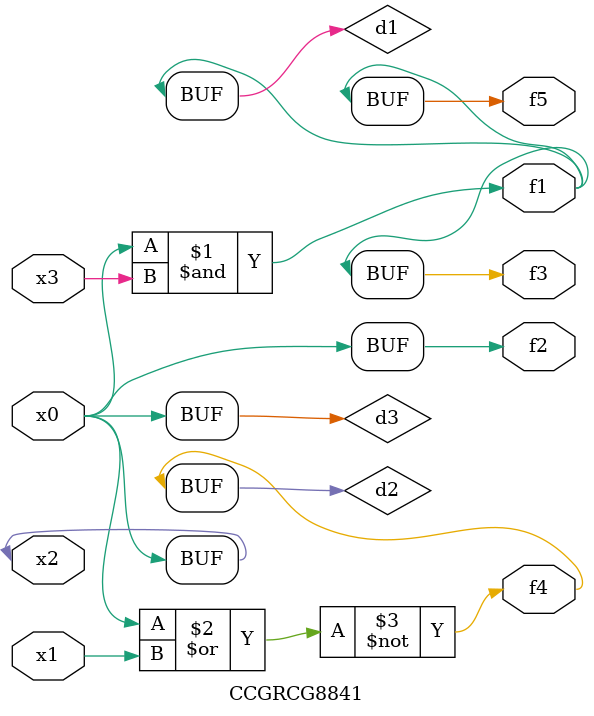
<source format=v>
module CCGRCG8841(
	input x0, x1, x2, x3,
	output f1, f2, f3, f4, f5
);

	wire d1, d2, d3;

	and (d1, x2, x3);
	nor (d2, x0, x1);
	buf (d3, x0, x2);
	assign f1 = d1;
	assign f2 = d3;
	assign f3 = d1;
	assign f4 = d2;
	assign f5 = d1;
endmodule

</source>
